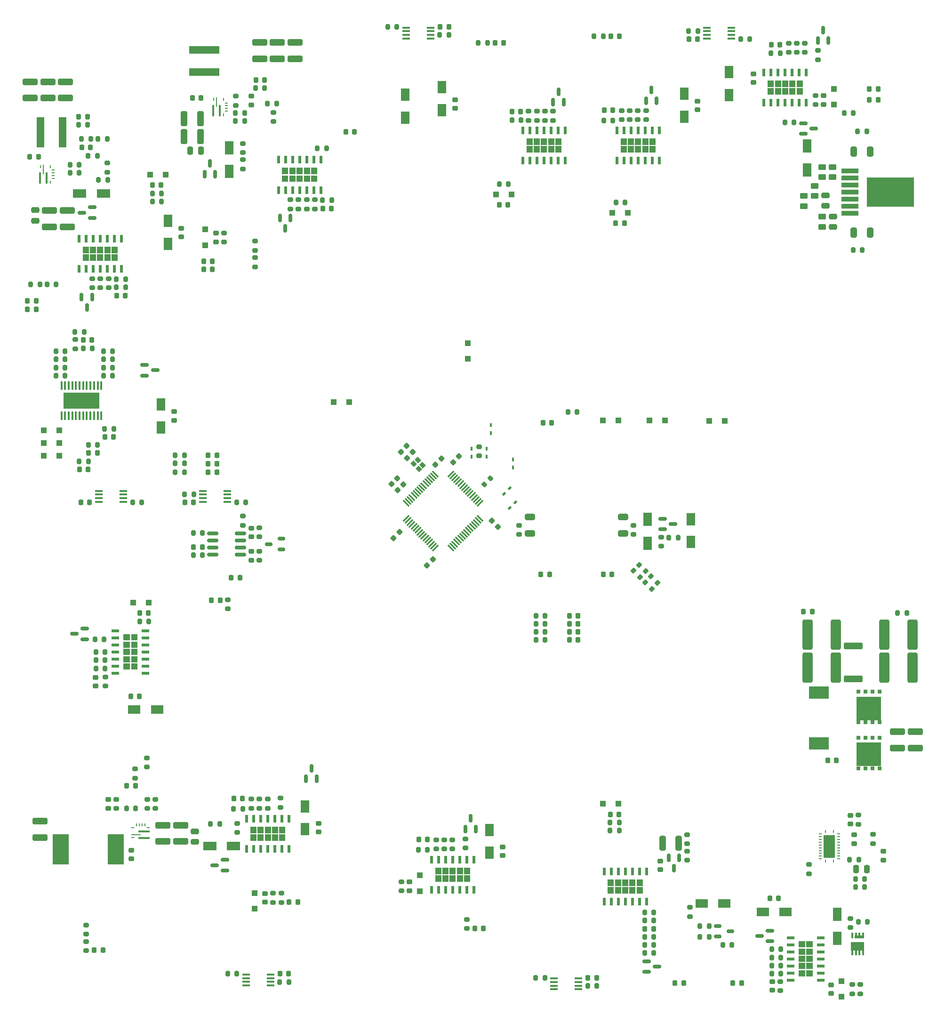
<source format=gbr>
%TF.GenerationSoftware,KiCad,Pcbnew,8.0.5*%
%TF.CreationDate,2025-01-18T17:38:29+01:00*%
%TF.ProjectId,FT25_PDU,46543235-5f50-4445-952e-6b696361645f,V1.2*%
%TF.SameCoordinates,Original*%
%TF.FileFunction,Paste,Top*%
%TF.FilePolarity,Positive*%
%FSLAX46Y46*%
G04 Gerber Fmt 4.6, Leading zero omitted, Abs format (unit mm)*
G04 Created by KiCad (PCBNEW 8.0.5) date 2025-01-18 17:38:29*
%MOMM*%
%LPD*%
G01*
G04 APERTURE LIST*
G04 Aperture macros list*
%AMRoundRect*
0 Rectangle with rounded corners*
0 $1 Rounding radius*
0 $2 $3 $4 $5 $6 $7 $8 $9 X,Y pos of 4 corners*
0 Add a 4 corners polygon primitive as box body*
4,1,4,$2,$3,$4,$5,$6,$7,$8,$9,$2,$3,0*
0 Add four circle primitives for the rounded corners*
1,1,$1+$1,$2,$3*
1,1,$1+$1,$4,$5*
1,1,$1+$1,$6,$7*
1,1,$1+$1,$8,$9*
0 Add four rect primitives between the rounded corners*
20,1,$1+$1,$2,$3,$4,$5,0*
20,1,$1+$1,$4,$5,$6,$7,0*
20,1,$1+$1,$6,$7,$8,$9,0*
20,1,$1+$1,$8,$9,$2,$3,0*%
%AMRotRect*
0 Rectangle, with rotation*
0 The origin of the aperture is its center*
0 $1 length*
0 $2 width*
0 $3 Rotation angle, in degrees counterclockwise*
0 Add horizontal line*
21,1,$1,$2,0,0,$3*%
G04 Aperture macros list end*
%ADD10C,0.000000*%
%ADD11RoundRect,0.200000X0.275000X-0.200000X0.275000X0.200000X-0.275000X0.200000X-0.275000X-0.200000X0*%
%ADD12RoundRect,0.200000X-0.275000X0.200000X-0.275000X-0.200000X0.275000X-0.200000X0.275000X0.200000X0*%
%ADD13RoundRect,0.250000X1.100000X-0.325000X1.100000X0.325000X-1.100000X0.325000X-1.100000X-0.325000X0*%
%ADD14R,0.507200X1.456100*%
%ADD15R,1.550000X2.200000*%
%ADD16RoundRect,0.200000X-0.200000X-0.275000X0.200000X-0.275000X0.200000X0.275000X-0.200000X0.275000X0*%
%ADD17RoundRect,0.150000X-0.150000X0.587500X-0.150000X-0.587500X0.150000X-0.587500X0.150000X0.587500X0*%
%ADD18RoundRect,0.150000X0.150000X-0.587500X0.150000X0.587500X-0.150000X0.587500X-0.150000X-0.587500X0*%
%ADD19RoundRect,0.250000X0.325000X1.100000X-0.325000X1.100000X-0.325000X-1.100000X0.325000X-1.100000X0*%
%ADD20RoundRect,0.218750X0.218750X0.256250X-0.218750X0.256250X-0.218750X-0.256250X0.218750X-0.256250X0*%
%ADD21RoundRect,0.150000X0.587500X0.150000X-0.587500X0.150000X-0.587500X-0.150000X0.587500X-0.150000X0*%
%ADD22R,0.420000X0.670000*%
%ADD23RoundRect,0.250000X0.300000X0.300000X-0.300000X0.300000X-0.300000X-0.300000X0.300000X-0.300000X0*%
%ADD24RoundRect,0.225000X-0.250000X0.225000X-0.250000X-0.225000X0.250000X-0.225000X0.250000X0.225000X0*%
%ADD25RoundRect,0.250000X-0.300000X0.300000X-0.300000X-0.300000X0.300000X-0.300000X0.300000X0.300000X0*%
%ADD26RoundRect,0.225000X0.225000X0.250000X-0.225000X0.250000X-0.225000X-0.250000X0.225000X-0.250000X0*%
%ADD27RoundRect,0.200000X0.200000X0.275000X-0.200000X0.275000X-0.200000X-0.275000X0.200000X-0.275000X0*%
%ADD28R,1.550000X2.350000*%
%ADD29RoundRect,0.250000X-0.650000X0.325000X-0.650000X-0.325000X0.650000X-0.325000X0.650000X0.325000X0*%
%ADD30RoundRect,0.225000X0.250000X-0.225000X0.250000X0.225000X-0.250000X0.225000X-0.250000X-0.225000X0*%
%ADD31RoundRect,0.225000X-0.225000X-0.250000X0.225000X-0.250000X0.225000X0.250000X-0.225000X0.250000X0*%
%ADD32R,2.200000X1.550000*%
%ADD33RoundRect,0.250000X-0.450000X0.262500X-0.450000X-0.262500X0.450000X-0.262500X0.450000X0.262500X0*%
%ADD34R,2.350000X1.550000*%
%ADD35RoundRect,0.150000X-0.587500X-0.150000X0.587500X-0.150000X0.587500X0.150000X-0.587500X0.150000X0*%
%ADD36RoundRect,0.150000X0.512500X0.150000X-0.512500X0.150000X-0.512500X-0.150000X0.512500X-0.150000X0*%
%ADD37RoundRect,0.250000X-0.475000X0.250000X-0.475000X-0.250000X0.475000X-0.250000X0.475000X0.250000X0*%
%ADD38RotRect,0.420000X0.670000X315.000000*%
%ADD39RoundRect,0.225000X0.017678X-0.335876X0.335876X-0.017678X-0.017678X0.335876X-0.335876X0.017678X0*%
%ADD40RoundRect,0.250000X0.450000X-0.262500X0.450000X0.262500X-0.450000X0.262500X-0.450000X-0.262500X0*%
%ADD41RoundRect,0.250000X-0.650000X-2.450000X0.650000X-2.450000X0.650000X2.450000X-0.650000X2.450000X0*%
%ADD42RoundRect,0.150000X-0.512500X-0.150000X0.512500X-0.150000X0.512500X0.150000X-0.512500X0.150000X0*%
%ADD43RoundRect,0.250000X0.300000X-0.300000X0.300000X0.300000X-0.300000X0.300000X-0.300000X-0.300000X0*%
%ADD44RoundRect,0.250000X-0.325000X-0.650000X0.325000X-0.650000X0.325000X0.650000X-0.325000X0.650000X0*%
%ADD45R,0.600000X0.250000*%
%ADD46R,0.250000X0.600000*%
%ADD47R,0.250000X1.700000*%
%ADD48R,0.400000X2.100000*%
%ADD49RoundRect,0.200000X0.335876X0.053033X0.053033X0.335876X-0.335876X-0.053033X-0.053033X-0.335876X0*%
%ADD50RoundRect,0.250000X0.250000X0.475000X-0.250000X0.475000X-0.250000X-0.475000X0.250000X-0.475000X0*%
%ADD51R,1.475000X0.450000*%
%ADD52RoundRect,0.218750X-0.218750X-0.256250X0.218750X-0.256250X0.218750X0.256250X-0.218750X0.256250X0*%
%ADD53RoundRect,0.225000X-0.017678X0.335876X-0.335876X0.017678X0.017678X-0.335876X0.335876X-0.017678X0*%
%ADD54RoundRect,0.075000X-0.548008X0.441942X0.441942X-0.548008X0.548008X-0.441942X-0.441942X0.548008X0*%
%ADD55RoundRect,0.075000X-0.548008X-0.441942X-0.441942X-0.548008X0.548008X0.441942X0.441942X0.548008X0*%
%ADD56R,1.450000X5.500000*%
%ADD57R,0.381000X1.016000*%
%ADD58R,2.360000X1.522000*%
%ADD59R,1.701800X0.611400*%
%ADD60RoundRect,0.250000X-1.100000X0.325000X-1.100000X-0.325000X1.100000X-0.325000X1.100000X0.325000X0*%
%ADD61RoundRect,0.225000X0.335876X0.017678X0.017678X0.335876X-0.335876X-0.017678X-0.017678X-0.335876X0*%
%ADD62R,0.675000X0.750000*%
%ADD63R,0.675000X0.655000*%
%ADD64R,0.655000X0.675000*%
%ADD65R,4.510000X4.295000*%
%ADD66RoundRect,0.250000X1.425000X-0.362500X1.425000X0.362500X-1.425000X0.362500X-1.425000X-0.362500X0*%
%ADD67RotRect,0.875000X0.775000X135.000000*%
%ADD68RoundRect,0.250000X0.475000X-0.250000X0.475000X0.250000X-0.475000X0.250000X-0.475000X-0.250000X0*%
%ADD69R,0.450000X1.525000*%
%ADD70R,6.500000X2.870000*%
%ADD71RoundRect,0.250000X0.312500X1.075000X-0.312500X1.075000X-0.312500X-1.075000X0.312500X-1.075000X0*%
%ADD72R,2.900000X5.400000*%
%ADD73R,3.060000X0.890000*%
%ADD74R,8.540000X5.350000*%
%ADD75R,1.700000X0.250000*%
%ADD76R,2.100000X0.400000*%
%ADD77R,5.500000X1.450000*%
%ADD78R,3.600000X2.300000*%
%ADD79RoundRect,0.250000X-0.250000X-0.475000X0.250000X-0.475000X0.250000X0.475000X-0.250000X0.475000X0*%
%ADD80R,1.456100X0.507200*%
%ADD81R,2.100000X4.100000*%
%ADD82RoundRect,0.150000X-0.825000X-0.150000X0.825000X-0.150000X0.825000X0.150000X-0.825000X0.150000X0*%
%ADD83RoundRect,0.225000X-0.335876X-0.017678X-0.017678X-0.335876X0.335876X0.017678X0.017678X0.335876X0*%
%ADD84RoundRect,0.250000X-0.300000X-0.300000X0.300000X-0.300000X0.300000X0.300000X-0.300000X0.300000X0*%
%ADD85RoundRect,0.250000X0.650000X2.450000X-0.650000X2.450000X-0.650000X-2.450000X0.650000X-2.450000X0*%
%ADD86RoundRect,0.200000X-0.053033X0.335876X-0.335876X0.053033X0.053033X-0.335876X0.335876X-0.053033X0*%
G04 APERTURE END LIST*
D10*
%TO.C,IC2*%
G36*
X160968280Y-83549799D02*
G01*
X159867800Y-83549799D01*
X159867800Y-82378199D01*
X160968280Y-82378199D01*
X160968280Y-83549799D01*
G37*
G36*
X160968280Y-84921399D02*
G01*
X159867800Y-84921399D01*
X159867800Y-83749799D01*
X160968280Y-83749799D01*
X160968280Y-84921399D01*
G37*
G36*
X162268760Y-83549799D02*
G01*
X161168280Y-83549799D01*
X161168280Y-82378199D01*
X162268760Y-82378199D01*
X162268760Y-83549799D01*
G37*
G36*
X162268760Y-84921399D02*
G01*
X161168280Y-84921399D01*
X161168280Y-83749799D01*
X162268760Y-83749799D01*
X162268760Y-84921399D01*
G37*
G36*
X163569240Y-83549799D02*
G01*
X162468760Y-83549799D01*
X162468760Y-82378199D01*
X163569240Y-82378199D01*
X163569240Y-83549799D01*
G37*
G36*
X163569240Y-84921399D02*
G01*
X162468760Y-84921399D01*
X162468760Y-83749799D01*
X163569240Y-83749799D01*
X163569240Y-84921399D01*
G37*
G36*
X164869720Y-83549799D02*
G01*
X163769240Y-83549799D01*
X163769240Y-82378199D01*
X164869720Y-82378199D01*
X164869720Y-83549799D01*
G37*
G36*
X164869720Y-84921399D02*
G01*
X163769240Y-84921399D01*
X163769240Y-83749799D01*
X164869720Y-83749799D01*
X164869720Y-84921399D01*
G37*
G36*
X166170200Y-83549799D02*
G01*
X165069720Y-83549799D01*
X165069720Y-82378199D01*
X166170200Y-82378199D01*
X166170200Y-83549799D01*
G37*
G36*
X166170200Y-84921399D02*
G01*
X165069720Y-84921399D01*
X165069720Y-83749799D01*
X166170200Y-83749799D01*
X166170200Y-84921399D01*
G37*
%TO.C,IC3*%
G36*
X221850280Y-78260200D02*
G01*
X220749800Y-78260200D01*
X220749800Y-77088600D01*
X221850280Y-77088600D01*
X221850280Y-78260200D01*
G37*
G36*
X221850280Y-79631800D02*
G01*
X220749800Y-79631800D01*
X220749800Y-78460200D01*
X221850280Y-78460200D01*
X221850280Y-79631800D01*
G37*
G36*
X223150760Y-78260200D02*
G01*
X222050280Y-78260200D01*
X222050280Y-77088600D01*
X223150760Y-77088600D01*
X223150760Y-78260200D01*
G37*
G36*
X223150760Y-79631800D02*
G01*
X222050280Y-79631800D01*
X222050280Y-78460200D01*
X223150760Y-78460200D01*
X223150760Y-79631800D01*
G37*
G36*
X224451240Y-78260200D02*
G01*
X223350760Y-78260200D01*
X223350760Y-77088600D01*
X224451240Y-77088600D01*
X224451240Y-78260200D01*
G37*
G36*
X224451240Y-79631800D02*
G01*
X223350760Y-79631800D01*
X223350760Y-78460200D01*
X224451240Y-78460200D01*
X224451240Y-79631800D01*
G37*
G36*
X225751720Y-78260200D02*
G01*
X224651240Y-78260200D01*
X224651240Y-77088600D01*
X225751720Y-77088600D01*
X225751720Y-78260200D01*
G37*
G36*
X225751720Y-79631800D02*
G01*
X224651240Y-79631800D01*
X224651240Y-78460200D01*
X225751720Y-78460200D01*
X225751720Y-79631800D01*
G37*
G36*
X227052200Y-78260200D02*
G01*
X225951720Y-78260200D01*
X225951720Y-77088600D01*
X227052200Y-77088600D01*
X227052200Y-78260200D01*
G37*
G36*
X227052200Y-79631800D02*
G01*
X225951720Y-79631800D01*
X225951720Y-78460200D01*
X227052200Y-78460200D01*
X227052200Y-79631800D01*
G37*
%TO.C,IC6*%
G36*
X155250280Y-202070200D02*
G01*
X154149800Y-202070200D01*
X154149800Y-200898600D01*
X155250280Y-200898600D01*
X155250280Y-202070200D01*
G37*
G36*
X155250280Y-203441800D02*
G01*
X154149800Y-203441800D01*
X154149800Y-202270200D01*
X155250280Y-202270200D01*
X155250280Y-203441800D01*
G37*
G36*
X156550760Y-202070200D02*
G01*
X155450280Y-202070200D01*
X155450280Y-200898600D01*
X156550760Y-200898600D01*
X156550760Y-202070200D01*
G37*
G36*
X156550760Y-203441800D02*
G01*
X155450280Y-203441800D01*
X155450280Y-202270200D01*
X156550760Y-202270200D01*
X156550760Y-203441800D01*
G37*
G36*
X157851240Y-202070200D02*
G01*
X156750760Y-202070200D01*
X156750760Y-200898600D01*
X157851240Y-200898600D01*
X157851240Y-202070200D01*
G37*
G36*
X157851240Y-203441800D02*
G01*
X156750760Y-203441800D01*
X156750760Y-202270200D01*
X157851240Y-202270200D01*
X157851240Y-203441800D01*
G37*
G36*
X159151720Y-202070200D02*
G01*
X158051240Y-202070200D01*
X158051240Y-200898600D01*
X159151720Y-200898600D01*
X159151720Y-202070200D01*
G37*
G36*
X159151720Y-203441800D02*
G01*
X158051240Y-203441800D01*
X158051240Y-202270200D01*
X159151720Y-202270200D01*
X159151720Y-203441800D01*
G37*
G36*
X160452200Y-202070200D02*
G01*
X159351720Y-202070200D01*
X159351720Y-200898600D01*
X160452200Y-200898600D01*
X160452200Y-202070200D01*
G37*
G36*
X160452200Y-203441800D02*
G01*
X159351720Y-203441800D01*
X159351720Y-202270200D01*
X160452200Y-202270200D01*
X160452200Y-203441800D01*
G37*
%TO.C,IC5*%
G36*
X188490280Y-209410201D02*
G01*
X187389800Y-209410201D01*
X187389800Y-208238601D01*
X188490280Y-208238601D01*
X188490280Y-209410201D01*
G37*
G36*
X188490280Y-210781801D02*
G01*
X187389800Y-210781801D01*
X187389800Y-209610201D01*
X188490280Y-209610201D01*
X188490280Y-210781801D01*
G37*
G36*
X189790760Y-209410201D02*
G01*
X188690280Y-209410201D01*
X188690280Y-208238601D01*
X189790760Y-208238601D01*
X189790760Y-209410201D01*
G37*
G36*
X189790760Y-210781801D02*
G01*
X188690280Y-210781801D01*
X188690280Y-209610201D01*
X189790760Y-209610201D01*
X189790760Y-210781801D01*
G37*
G36*
X191091240Y-209410201D02*
G01*
X189990760Y-209410201D01*
X189990760Y-208238601D01*
X191091240Y-208238601D01*
X191091240Y-209410201D01*
G37*
G36*
X191091240Y-210781801D02*
G01*
X189990760Y-210781801D01*
X189990760Y-209610201D01*
X191091240Y-209610201D01*
X191091240Y-210781801D01*
G37*
G36*
X192391720Y-209410201D02*
G01*
X191291240Y-209410201D01*
X191291240Y-208238601D01*
X192391720Y-208238601D01*
X192391720Y-209410201D01*
G37*
G36*
X192391720Y-210781801D02*
G01*
X191291240Y-210781801D01*
X191291240Y-209610201D01*
X192391720Y-209610201D01*
X192391720Y-210781801D01*
G37*
G36*
X193692200Y-209410201D02*
G01*
X192591720Y-209410201D01*
X192591720Y-208238601D01*
X193692200Y-208238601D01*
X193692200Y-209410201D01*
G37*
G36*
X193692200Y-210781801D02*
G01*
X192591720Y-210781801D01*
X192591720Y-209610201D01*
X193692200Y-209610201D01*
X193692200Y-210781801D01*
G37*
%TO.C,IC10*%
G36*
X219548281Y-211509799D02*
G01*
X218447801Y-211509799D01*
X218447801Y-210338199D01*
X219548281Y-210338199D01*
X219548281Y-211509799D01*
G37*
G36*
X219548281Y-212881399D02*
G01*
X218447801Y-212881399D01*
X218447801Y-211709799D01*
X219548281Y-211709799D01*
X219548281Y-212881399D01*
G37*
G36*
X220848761Y-211509799D02*
G01*
X219748281Y-211509799D01*
X219748281Y-210338199D01*
X220848761Y-210338199D01*
X220848761Y-211509799D01*
G37*
G36*
X220848761Y-212881399D02*
G01*
X219748281Y-212881399D01*
X219748281Y-211709799D01*
X220848761Y-211709799D01*
X220848761Y-212881399D01*
G37*
G36*
X222149241Y-211509799D02*
G01*
X221048761Y-211509799D01*
X221048761Y-210338199D01*
X222149241Y-210338199D01*
X222149241Y-211509799D01*
G37*
G36*
X222149241Y-212881399D02*
G01*
X221048761Y-212881399D01*
X221048761Y-211709799D01*
X222149241Y-211709799D01*
X222149241Y-212881399D01*
G37*
G36*
X223449721Y-211509799D02*
G01*
X222349241Y-211509799D01*
X222349241Y-210338199D01*
X223449721Y-210338199D01*
X223449721Y-211509799D01*
G37*
G36*
X223449721Y-212881399D02*
G01*
X222349241Y-212881399D01*
X222349241Y-211709799D01*
X223449721Y-211709799D01*
X223449721Y-212881399D01*
G37*
G36*
X224750201Y-211509799D02*
G01*
X223649721Y-211509799D01*
X223649721Y-210338199D01*
X224750201Y-210338199D01*
X224750201Y-211509799D01*
G37*
G36*
X224750201Y-212881399D02*
G01*
X223649721Y-212881399D01*
X223649721Y-211709799D01*
X224750201Y-211709799D01*
X224750201Y-212881399D01*
G37*
%TO.C,IC7*%
G36*
X125078280Y-97749799D02*
G01*
X123977800Y-97749799D01*
X123977800Y-96578199D01*
X125078280Y-96578199D01*
X125078280Y-97749799D01*
G37*
G36*
X125078280Y-99121399D02*
G01*
X123977800Y-99121399D01*
X123977800Y-97949799D01*
X125078280Y-97949799D01*
X125078280Y-99121399D01*
G37*
G36*
X126378760Y-97749799D02*
G01*
X125278280Y-97749799D01*
X125278280Y-96578199D01*
X126378760Y-96578199D01*
X126378760Y-97749799D01*
G37*
G36*
X126378760Y-99121399D02*
G01*
X125278280Y-99121399D01*
X125278280Y-97949799D01*
X126378760Y-97949799D01*
X126378760Y-99121399D01*
G37*
G36*
X127679240Y-97749799D02*
G01*
X126578760Y-97749799D01*
X126578760Y-96578199D01*
X127679240Y-96578199D01*
X127679240Y-97749799D01*
G37*
G36*
X127679240Y-99121399D02*
G01*
X126578760Y-99121399D01*
X126578760Y-97949799D01*
X127679240Y-97949799D01*
X127679240Y-99121399D01*
G37*
G36*
X128979720Y-97749799D02*
G01*
X127879240Y-97749799D01*
X127879240Y-96578199D01*
X128979720Y-96578199D01*
X128979720Y-97749799D01*
G37*
G36*
X128979720Y-99121399D02*
G01*
X127879240Y-99121399D01*
X127879240Y-97949799D01*
X128979720Y-97949799D01*
X128979720Y-99121399D01*
G37*
G36*
X130280200Y-97749799D02*
G01*
X129179720Y-97749799D01*
X129179720Y-96578199D01*
X130280200Y-96578199D01*
X130280200Y-97749799D01*
G37*
G36*
X130280200Y-99121399D02*
G01*
X129179720Y-99121399D01*
X129179720Y-97949799D01*
X130280200Y-97949799D01*
X130280200Y-99121399D01*
G37*
%TO.C,IC4*%
G36*
X248320280Y-67840200D02*
G01*
X247219800Y-67840200D01*
X247219800Y-66668600D01*
X248320280Y-66668600D01*
X248320280Y-67840200D01*
G37*
G36*
X248320280Y-69211800D02*
G01*
X247219800Y-69211800D01*
X247219800Y-68040200D01*
X248320280Y-68040200D01*
X248320280Y-69211800D01*
G37*
G36*
X249620760Y-67840200D02*
G01*
X248520280Y-67840200D01*
X248520280Y-66668600D01*
X249620760Y-66668600D01*
X249620760Y-67840200D01*
G37*
G36*
X249620760Y-69211800D02*
G01*
X248520280Y-69211800D01*
X248520280Y-68040200D01*
X249620760Y-68040200D01*
X249620760Y-69211800D01*
G37*
G36*
X250921240Y-67840200D02*
G01*
X249820760Y-67840200D01*
X249820760Y-66668600D01*
X250921240Y-66668600D01*
X250921240Y-67840200D01*
G37*
G36*
X250921240Y-69211800D02*
G01*
X249820760Y-69211800D01*
X249820760Y-68040200D01*
X250921240Y-68040200D01*
X250921240Y-69211800D01*
G37*
G36*
X252221720Y-67840200D02*
G01*
X251121240Y-67840200D01*
X251121240Y-66668600D01*
X252221720Y-66668600D01*
X252221720Y-67840200D01*
G37*
G36*
X252221720Y-69211800D02*
G01*
X251121240Y-69211800D01*
X251121240Y-68040200D01*
X252221720Y-68040200D01*
X252221720Y-69211800D01*
G37*
G36*
X253522200Y-67840200D02*
G01*
X252421720Y-67840200D01*
X252421720Y-66668600D01*
X253522200Y-66668600D01*
X253522200Y-67840200D01*
G37*
G36*
X253522200Y-69211800D02*
G01*
X252421720Y-69211800D01*
X252421720Y-68040200D01*
X253522200Y-68040200D01*
X253522200Y-69211800D01*
G37*
%TO.C,IC11*%
G36*
X204919420Y-78252542D02*
G01*
X203818940Y-78252542D01*
X203818940Y-77080942D01*
X204919420Y-77080942D01*
X204919420Y-78252542D01*
G37*
G36*
X204919420Y-79624142D02*
G01*
X203818940Y-79624142D01*
X203818940Y-78452542D01*
X204919420Y-78452542D01*
X204919420Y-79624142D01*
G37*
G36*
X206219900Y-78252542D02*
G01*
X205119420Y-78252542D01*
X205119420Y-77080942D01*
X206219900Y-77080942D01*
X206219900Y-78252542D01*
G37*
G36*
X206219900Y-79624142D02*
G01*
X205119420Y-79624142D01*
X205119420Y-78452542D01*
X206219900Y-78452542D01*
X206219900Y-79624142D01*
G37*
G36*
X207520380Y-78252542D02*
G01*
X206419900Y-78252542D01*
X206419900Y-77080942D01*
X207520380Y-77080942D01*
X207520380Y-78252542D01*
G37*
G36*
X207520380Y-79624142D02*
G01*
X206419900Y-79624142D01*
X206419900Y-78452542D01*
X207520380Y-78452542D01*
X207520380Y-79624142D01*
G37*
G36*
X208820860Y-78252542D02*
G01*
X207720380Y-78252542D01*
X207720380Y-77080942D01*
X208820860Y-77080942D01*
X208820860Y-78252542D01*
G37*
G36*
X208820860Y-79624142D02*
G01*
X207720380Y-79624142D01*
X207720380Y-78452542D01*
X208820860Y-78452542D01*
X208820860Y-79624142D01*
G37*
G36*
X210121340Y-78252542D02*
G01*
X209020860Y-78252542D01*
X209020860Y-77080942D01*
X210121340Y-77080942D01*
X210121340Y-78252542D01*
G37*
G36*
X210121340Y-79624142D02*
G01*
X209020860Y-79624142D01*
X209020860Y-78452542D01*
X210121340Y-78452542D01*
X210121340Y-79624142D01*
G37*
%TO.C,IC8*%
G36*
X132496844Y-167393337D02*
G01*
X131325244Y-167393337D01*
X131325244Y-166292857D01*
X132496844Y-166292857D01*
X132496844Y-167393337D01*
G37*
G36*
X132496844Y-168693817D02*
G01*
X131325244Y-168693817D01*
X131325244Y-167593337D01*
X132496844Y-167593337D01*
X132496844Y-168693817D01*
G37*
G36*
X132496844Y-169994297D02*
G01*
X131325244Y-169994297D01*
X131325244Y-168893817D01*
X132496844Y-168893817D01*
X132496844Y-169994297D01*
G37*
G36*
X132496844Y-171294777D02*
G01*
X131325244Y-171294777D01*
X131325244Y-170194297D01*
X132496844Y-170194297D01*
X132496844Y-171294777D01*
G37*
G36*
X132496844Y-172595257D02*
G01*
X131325244Y-172595257D01*
X131325244Y-171494777D01*
X132496844Y-171494777D01*
X132496844Y-172595257D01*
G37*
G36*
X133868444Y-167393337D02*
G01*
X132696844Y-167393337D01*
X132696844Y-166292857D01*
X133868444Y-166292857D01*
X133868444Y-167393337D01*
G37*
G36*
X133868444Y-168693817D02*
G01*
X132696844Y-168693817D01*
X132696844Y-167593337D01*
X133868444Y-167593337D01*
X133868444Y-168693817D01*
G37*
G36*
X133868444Y-169994297D02*
G01*
X132696844Y-169994297D01*
X132696844Y-168893817D01*
X133868444Y-168893817D01*
X133868444Y-169994297D01*
G37*
G36*
X133868444Y-171294777D02*
G01*
X132696844Y-171294777D01*
X132696844Y-170194297D01*
X133868444Y-170194297D01*
X133868444Y-171294777D01*
G37*
G36*
X133868444Y-172595257D02*
G01*
X132696844Y-172595257D01*
X132696844Y-171494777D01*
X133868444Y-171494777D01*
X133868444Y-172595257D01*
G37*
%TO.C,IC1*%
G36*
X253980201Y-222588280D02*
G01*
X252808601Y-222588280D01*
X252808601Y-221487800D01*
X253980201Y-221487800D01*
X253980201Y-222588280D01*
G37*
G36*
X253980201Y-223888760D02*
G01*
X252808601Y-223888760D01*
X252808601Y-222788280D01*
X253980201Y-222788280D01*
X253980201Y-223888760D01*
G37*
G36*
X253980201Y-225189240D02*
G01*
X252808601Y-225189240D01*
X252808601Y-224088760D01*
X253980201Y-224088760D01*
X253980201Y-225189240D01*
G37*
G36*
X253980201Y-226489720D02*
G01*
X252808601Y-226489720D01*
X252808601Y-225389240D01*
X253980201Y-225389240D01*
X253980201Y-226489720D01*
G37*
G36*
X253980201Y-227790200D02*
G01*
X252808601Y-227790200D01*
X252808601Y-226689720D01*
X253980201Y-226689720D01*
X253980201Y-227790200D01*
G37*
G36*
X255351801Y-222588280D02*
G01*
X254180201Y-222588280D01*
X254180201Y-221487800D01*
X255351801Y-221487800D01*
X255351801Y-222588280D01*
G37*
G36*
X255351801Y-223888760D02*
G01*
X254180201Y-223888760D01*
X254180201Y-222788280D01*
X255351801Y-222788280D01*
X255351801Y-223888760D01*
G37*
G36*
X255351801Y-225189240D02*
G01*
X254180201Y-225189240D01*
X254180201Y-224088760D01*
X255351801Y-224088760D01*
X255351801Y-225189240D01*
G37*
G36*
X255351801Y-226489720D02*
G01*
X254180201Y-226489720D01*
X254180201Y-225389240D01*
X255351801Y-225389240D01*
X255351801Y-226489720D01*
G37*
G36*
X255351801Y-227790200D02*
G01*
X254180201Y-227790200D01*
X254180201Y-226689720D01*
X255351801Y-226689720D01*
X255351801Y-227790200D01*
G37*
%TD*%
D11*
%TO.C,R38*%
X161375000Y-89780000D03*
X161375000Y-88130000D03*
%TD*%
D12*
%TO.C,R75*%
X128645000Y-102310000D03*
X128645000Y-103960000D03*
%TD*%
D13*
%TO.C,C87*%
X162225000Y-62750000D03*
X162225000Y-59800000D03*
%TD*%
D14*
%TO.C,IC2*%
X159209000Y-86371749D03*
X160479000Y-86371749D03*
X161749000Y-86371749D03*
X163019000Y-86371749D03*
X164289000Y-86371749D03*
X165559000Y-86371749D03*
X166829000Y-86371749D03*
X166829000Y-80927849D03*
X165559000Y-80927849D03*
X164289000Y-80927849D03*
X163019000Y-80927849D03*
X161749000Y-80927849D03*
X160479000Y-80927849D03*
X159209000Y-80927849D03*
%TD*%
D15*
%TO.C,D35*%
X139345000Y-91945000D03*
X139345000Y-96045000D03*
%TD*%
D16*
%TO.C,R171*%
X121730000Y-83275000D03*
X123380000Y-83275000D03*
%TD*%
D17*
%TO.C,D36*%
X125700000Y-105597500D03*
X123800000Y-105597500D03*
X124750000Y-107472500D03*
%TD*%
D18*
%TO.C,D32*%
X164190000Y-192252498D03*
X166090000Y-192252498D03*
X165140000Y-190377498D03*
%TD*%
D11*
%TO.C,R132*%
X135615001Y-197600000D03*
X135615001Y-195950000D03*
%TD*%
D16*
%TO.C,R157*%
X155090000Y-68065000D03*
X156740000Y-68065000D03*
%TD*%
D19*
%TO.C,C81*%
X145160000Y-76725000D03*
X142210000Y-76725000D03*
%TD*%
D11*
%TO.C,R84*%
X150135001Y-161720000D03*
X150135001Y-160070000D03*
%TD*%
D12*
%TO.C,R128*%
X135545001Y-188490000D03*
X135545001Y-190140000D03*
%TD*%
D20*
%TO.C,D66*%
X267082500Y-70155000D03*
X265507500Y-70155000D03*
%TD*%
D21*
%TO.C,D40*%
X124379142Y-167145058D03*
X124379142Y-165245058D03*
X122504142Y-166195058D03*
%TD*%
D16*
%TO.C,R172*%
X126760000Y-77225000D03*
X128410000Y-77225000D03*
%TD*%
D22*
%TO.C,D2*%
X193990000Y-132900000D03*
X193990000Y-134350000D03*
%TD*%
D23*
%TO.C,D70*%
X220339999Y-127854999D03*
X217540001Y-127854999D03*
%TD*%
D16*
%TO.C,R131*%
X146980000Y-200415000D03*
X148630000Y-200415000D03*
%TD*%
D12*
%TO.C,R92*%
X254645000Y-207690000D03*
X254645000Y-209340000D03*
%TD*%
D16*
%TO.C,R139*%
X263380001Y-75855000D03*
X265030001Y-75855000D03*
%TD*%
D24*
%TO.C,C37*%
X156795000Y-212900001D03*
X156795000Y-214450001D03*
%TD*%
D16*
%TO.C,R20*%
X119180477Y-118297452D03*
X120830477Y-118297452D03*
%TD*%
D13*
%TO.C,C67*%
X138414747Y-203538428D03*
X138414747Y-200588428D03*
%TD*%
D25*
%TO.C,D17*%
X146065000Y-93480000D03*
X146065000Y-96280000D03*
%TD*%
D26*
%TO.C,C35*%
X185980000Y-203145000D03*
X184430000Y-203145000D03*
%TD*%
D16*
%TO.C,R111*%
X225100000Y-220675000D03*
X226750000Y-220675000D03*
%TD*%
D11*
%TO.C,R151*%
X154995000Y-100190000D03*
X154995000Y-98540000D03*
%TD*%
D16*
%TO.C,R31*%
X247950000Y-222935000D03*
X249600000Y-222935000D03*
%TD*%
D27*
%TO.C,R85*%
X135869999Y-163939999D03*
X134219999Y-163939999D03*
%TD*%
D20*
%TO.C,D7*%
X213122500Y-167295000D03*
X211547500Y-167295000D03*
%TD*%
D28*
%TO.C,D65*%
X254335000Y-82740000D03*
X254335000Y-78440000D03*
%TD*%
D29*
%TO.C,C60*%
X221205000Y-145200000D03*
X221205000Y-148150000D03*
%TD*%
D11*
%TO.C,R55*%
X251015000Y-61619999D03*
X251015000Y-59969999D03*
%TD*%
D26*
%TO.C,C59*%
X125210000Y-142575000D03*
X123660000Y-142575000D03*
%TD*%
D16*
%TO.C,R28*%
X188233000Y-58485000D03*
X189883000Y-58485000D03*
%TD*%
D30*
%TO.C,C36*%
X166425000Y-201809999D03*
X166425000Y-200259999D03*
%TD*%
D12*
%TO.C,R117*%
X202525000Y-146680000D03*
X202525000Y-148330000D03*
%TD*%
D31*
%TO.C,C40*%
X136560000Y-85505000D03*
X138110000Y-85505000D03*
%TD*%
D27*
%TO.C,R58*%
X249460001Y-61734999D03*
X247810001Y-61734999D03*
%TD*%
D23*
%TO.C,D41*%
X135900000Y-160600000D03*
X133100000Y-160600000D03*
%TD*%
D14*
%TO.C,IC3*%
X227711000Y-75638250D03*
X226441000Y-75638250D03*
X225171000Y-75638250D03*
X223901000Y-75638250D03*
X222631000Y-75638250D03*
X221361000Y-75638250D03*
X220091000Y-75638250D03*
X220091000Y-81082150D03*
X221361000Y-81082150D03*
X222631000Y-81082150D03*
X223901000Y-81082150D03*
X225171000Y-81082150D03*
X226441000Y-81082150D03*
X227711000Y-81082150D03*
%TD*%
D15*
%TO.C,D15*%
X182037559Y-69250000D03*
X182037559Y-73350000D03*
%TD*%
D12*
%TO.C,R129*%
X133455000Y-190480000D03*
X133455000Y-192130000D03*
%TD*%
D27*
%TO.C,R34*%
X249600000Y-227315000D03*
X247950000Y-227315000D03*
%TD*%
D16*
%TO.C,R142*%
X123350000Y-135165000D03*
X125000000Y-135165000D03*
%TD*%
%TO.C,R159*%
X151470000Y-72545000D03*
X153120000Y-72545000D03*
%TD*%
D27*
%TO.C,R50*%
X221580000Y-88595000D03*
X219930000Y-88595000D03*
%TD*%
D32*
%TO.C,D11*%
X246345000Y-216165000D03*
X250445000Y-216165000D03*
%TD*%
D33*
%TO.C,R135*%
X258905000Y-82229354D03*
X258905000Y-84054354D03*
%TD*%
D22*
%TO.C,D6*%
X201440000Y-136320000D03*
X201440000Y-134870000D03*
%TD*%
D27*
%TO.C,R82*%
X128006643Y-170940057D03*
X126356643Y-170940057D03*
%TD*%
%TO.C,R94*%
X264690000Y-211725000D03*
X263040000Y-211725000D03*
%TD*%
D16*
%TO.C,R124*%
X195170001Y-59895000D03*
X196820001Y-59895000D03*
%TD*%
D31*
%TO.C,C58*%
X124113529Y-113339864D03*
X125663529Y-113339864D03*
%TD*%
D11*
%TO.C,R3*%
X152815001Y-146670000D03*
X152815001Y-145020000D03*
%TD*%
D27*
%TO.C,R22*%
X143967000Y-141115000D03*
X142317000Y-141115000D03*
%TD*%
%TO.C,R91*%
X264690000Y-210265000D03*
X263040000Y-210265000D03*
%TD*%
D12*
%TO.C,R40*%
X164295000Y-88130000D03*
X164295000Y-89780000D03*
%TD*%
D21*
%TO.C,D12*%
X247652500Y-221450000D03*
X247652500Y-219550000D03*
X245777500Y-220500000D03*
%TD*%
D23*
%TO.C,D77*%
X171929999Y-124525000D03*
X169130001Y-124525000D03*
%TD*%
D34*
%TO.C,D63*%
X146840000Y-204365000D03*
X151140000Y-204365000D03*
%TD*%
D11*
%TO.C,R133*%
X137075000Y-197600000D03*
X137075000Y-195950000D03*
%TD*%
D16*
%TO.C,R80*%
X126186643Y-167170059D03*
X127836643Y-167170059D03*
%TD*%
D12*
%TO.C,R120*%
X208614140Y-72222341D03*
X208614140Y-73872341D03*
%TD*%
D11*
%TO.C,R67*%
X157265000Y-197550000D03*
X157265000Y-195900000D03*
%TD*%
D23*
%TO.C,D48*%
X119750000Y-131855000D03*
X116950000Y-131855000D03*
%TD*%
D16*
%TO.C,R16*%
X205530000Y-164375000D03*
X207180000Y-164375000D03*
%TD*%
D12*
%TO.C,R39*%
X162835000Y-88130000D03*
X162835000Y-89780000D03*
%TD*%
D16*
%TO.C,R14*%
X205530000Y-167295000D03*
X207180000Y-167295000D03*
%TD*%
D34*
%TO.C,D72*%
X123429999Y-87035000D03*
X127730001Y-87035000D03*
%TD*%
D31*
%TO.C,C70*%
X131930000Y-193525000D03*
X133480000Y-193525000D03*
%TD*%
D15*
%TO.C,D27*%
X197145000Y-201465001D03*
X197145000Y-205565001D03*
%TD*%
D12*
%TO.C,R35*%
X263865000Y-229250000D03*
X263865000Y-230900000D03*
%TD*%
D26*
%TO.C,C57*%
X226700000Y-219215000D03*
X225150000Y-219215000D03*
%TD*%
%TO.C,C79*%
X145280000Y-69785000D03*
X143730000Y-69785000D03*
%TD*%
D17*
%TO.C,D16*%
X161350000Y-91417499D03*
X159450000Y-91417499D03*
X160400000Y-93292499D03*
%TD*%
D35*
%TO.C,Q4*%
X253607500Y-74350000D03*
X253607500Y-76250000D03*
X255482500Y-75300000D03*
%TD*%
D36*
%TO.C,D1*%
X159722500Y-150999999D03*
X159722500Y-149100001D03*
X157447500Y-150050000D03*
%TD*%
D16*
%TO.C,R49*%
X215980000Y-58685000D03*
X217630000Y-58685000D03*
%TD*%
D31*
%TO.C,C45*%
X258040000Y-188985000D03*
X259590000Y-188985000D03*
%TD*%
D23*
%TO.C,D49*%
X119750000Y-134155000D03*
X116950000Y-134155000D03*
%TD*%
D20*
%TO.C,D54*%
X232142500Y-228995000D03*
X230567500Y-228995000D03*
%TD*%
D24*
%TO.C,C46*%
X262115000Y-198820000D03*
X262115000Y-200370000D03*
%TD*%
D31*
%TO.C,C95*%
X123850000Y-78685000D03*
X125400000Y-78685000D03*
%TD*%
D23*
%TO.C,D47*%
X119750000Y-129555000D03*
X116950000Y-129555000D03*
%TD*%
D11*
%TO.C,R152*%
X158275000Y-74080000D03*
X158275000Y-72430000D03*
%TD*%
D37*
%TO.C,C94*%
X115465000Y-89995000D03*
X115465000Y-91895000D03*
%TD*%
D27*
%TO.C,R145*%
X129370000Y-118294999D03*
X127720000Y-118294999D03*
%TD*%
D11*
%TO.C,R170*%
X128414999Y-83170000D03*
X128414999Y-81520000D03*
%TD*%
D12*
%TO.C,R41*%
X165755000Y-88130000D03*
X165755000Y-89780000D03*
%TD*%
D38*
%TO.C,D4*%
X201864177Y-142573102D03*
X200838873Y-143598406D03*
%TD*%
D39*
%TO.C,C6*%
X179932703Y-148977800D03*
X181028719Y-147881784D03*
%TD*%
D12*
%TO.C,R116*%
X223115000Y-146670000D03*
X223115000Y-148320000D03*
%TD*%
D14*
%TO.C,IC6*%
X161111000Y-199448250D03*
X159841000Y-199448250D03*
X158571000Y-199448250D03*
X157301000Y-199448250D03*
X156031000Y-199448250D03*
X154761000Y-199448250D03*
X153491000Y-199448250D03*
X153491000Y-204892150D03*
X154761000Y-204892150D03*
X156031000Y-204892150D03*
X157301000Y-204892150D03*
X158571000Y-204892150D03*
X159841000Y-204892150D03*
X161111000Y-204892150D03*
%TD*%
D27*
%TO.C,R72*%
X152790000Y-197664999D03*
X151140000Y-197664999D03*
%TD*%
D30*
%TO.C,C11*%
X154334999Y-152940001D03*
X154334999Y-151390001D03*
%TD*%
D27*
%TO.C,R113*%
X220520000Y-200105000D03*
X218870000Y-200105000D03*
%TD*%
D16*
%TO.C,R143*%
X125000000Y-132235000D03*
X126650000Y-132235000D03*
%TD*%
%TO.C,R21*%
X151683000Y-142575000D03*
X153333000Y-142575000D03*
%TD*%
D39*
%TO.C,C4*%
X185942530Y-153892947D03*
X187038546Y-152796931D03*
%TD*%
D26*
%TO.C,C64*%
X202789140Y-72297341D03*
X201239140Y-72297341D03*
%TD*%
D27*
%TO.C,R168*%
X116270000Y-103335000D03*
X114620000Y-103335000D03*
%TD*%
D28*
%TO.C,D43*%
X259695000Y-216660000D03*
X259695000Y-220960000D03*
%TD*%
D30*
%TO.C,C39*%
X141745000Y-94790000D03*
X141745000Y-93240000D03*
%TD*%
D40*
%TO.C,R141*%
X253745000Y-89254356D03*
X253745000Y-87429356D03*
%TD*%
D20*
%TO.C,D58*%
X208012500Y-155475000D03*
X206437500Y-155475000D03*
%TD*%
D16*
%TO.C,R173*%
X124073528Y-114829864D03*
X125723528Y-114829864D03*
%TD*%
D41*
%TO.C,C52*%
X268185832Y-172259609D03*
X273285832Y-172259609D03*
%TD*%
D13*
%TO.C,C90*%
X117725000Y-69850000D03*
X117725000Y-66900000D03*
%TD*%
D16*
%TO.C,R97*%
X119180477Y-119757452D03*
X120830477Y-119757452D03*
%TD*%
%TO.C,R79*%
X130040000Y-102415000D03*
X131690000Y-102415000D03*
%TD*%
%TO.C,R112*%
X225100000Y-217755000D03*
X226750000Y-217755000D03*
%TD*%
D30*
%TO.C,C34*%
X182785000Y-212360000D03*
X182785000Y-210810000D03*
%TD*%
D27*
%TO.C,R125*%
X200580001Y-85285000D03*
X198930001Y-85285000D03*
%TD*%
D42*
%TO.C,Q6*%
X238267500Y-218740000D03*
X238267500Y-220640000D03*
X240542500Y-219690000D03*
%TD*%
D13*
%TO.C,C91*%
X120925000Y-69850000D03*
X120925000Y-66900000D03*
%TD*%
D16*
%TO.C,R108*%
X239160000Y-222125000D03*
X240810000Y-222125000D03*
%TD*%
D43*
%TO.C,D76*%
X193275000Y-116729999D03*
X193275000Y-113930001D03*
%TD*%
D35*
%TO.C,D52*%
X225427500Y-225080000D03*
X225427500Y-226980000D03*
X227302500Y-226030000D03*
%TD*%
D11*
%TO.C,R123*%
X204234140Y-73872341D03*
X204234140Y-72222341D03*
%TD*%
D12*
%TO.C,R156*%
X152795000Y-77990000D03*
X152795000Y-79640000D03*
%TD*%
D16*
%TO.C,R78*%
X136510000Y-86975000D03*
X138160000Y-86975000D03*
%TD*%
D24*
%TO.C,C53*%
X268075000Y-205300000D03*
X268075000Y-206850000D03*
%TD*%
D26*
%TO.C,C24*%
X172865000Y-75872441D03*
X171315000Y-75872441D03*
%TD*%
D11*
%TO.C,R68*%
X155805000Y-197549999D03*
X155805000Y-195899999D03*
%TD*%
D21*
%TO.C,Q2*%
X149580700Y-208738000D03*
X149580700Y-206838000D03*
X147705700Y-207788000D03*
%TD*%
D12*
%TO.C,R5*%
X195325000Y-132530000D03*
X195325000Y-134180000D03*
%TD*%
D16*
%TO.C,R148*%
X140640000Y-134065000D03*
X142290000Y-134065000D03*
%TD*%
D11*
%TO.C,R57*%
X255825000Y-71009999D03*
X255825000Y-69359999D03*
%TD*%
D27*
%TO.C,R134*%
X133530000Y-197555000D03*
X131880000Y-197555000D03*
%TD*%
D12*
%TO.C,R2*%
X155795000Y-151340000D03*
X155795000Y-152990000D03*
%TD*%
D44*
%TO.C,C73*%
X262719999Y-79481855D03*
X265669999Y-79481855D03*
%TD*%
D29*
%TO.C,C61*%
X204425000Y-145200000D03*
X204425000Y-148150000D03*
%TD*%
D23*
%TO.C,D71*%
X228739999Y-127855001D03*
X225940001Y-127855001D03*
%TD*%
D27*
%TO.C,R51*%
X219389999Y-73854999D03*
X217739999Y-73854999D03*
%TD*%
D12*
%TO.C,R66*%
X159574999Y-195729999D03*
X159574999Y-197379999D03*
%TD*%
D11*
%TO.C,R130*%
X130035000Y-197610000D03*
X130035000Y-195960000D03*
%TD*%
D30*
%TO.C,C33*%
X199555000Y-206030000D03*
X199555000Y-204480000D03*
%TD*%
D45*
%TO.C,IC17*%
X149810000Y-72209999D03*
X149810000Y-71709999D03*
X149810000Y-71209999D03*
X149810000Y-70709999D03*
D46*
X149340000Y-70059999D03*
D47*
X148040000Y-70609999D03*
D46*
X147540000Y-70059999D03*
D48*
X147460000Y-72109999D03*
X148620000Y-72109999D03*
D46*
X149340000Y-72859999D03*
%TD*%
D43*
%TO.C,D25*%
X259165000Y-71040000D03*
X259165000Y-68240000D03*
%TD*%
D13*
%TO.C,C68*%
X141614747Y-203538427D03*
X141614747Y-200588427D03*
%TD*%
D49*
%TO.C,R6*%
X224244576Y-155993363D03*
X223077850Y-154826637D03*
%TD*%
D20*
%TO.C,D38*%
X115632500Y-107795000D03*
X114057500Y-107795000D03*
%TD*%
D16*
%TO.C,R101*%
X132989999Y-142575000D03*
X134639999Y-142575000D03*
%TD*%
D20*
%TO.C,D22*%
X220552500Y-58685000D03*
X218977500Y-58685000D03*
%TD*%
D35*
%TO.C,Q3*%
X228297500Y-145483000D03*
X228297500Y-147383000D03*
X230172500Y-146433000D03*
%TD*%
D12*
%TO.C,R52*%
X256244999Y-61299999D03*
X256244999Y-62949999D03*
%TD*%
D27*
%TO.C,R30*%
X234657000Y-57815001D03*
X233007000Y-57815001D03*
%TD*%
D32*
%TO.C,D39*%
X133281644Y-179820057D03*
X137381644Y-179820057D03*
%TD*%
D16*
%TO.C,R167*%
X123230000Y-74645000D03*
X124880000Y-74645000D03*
%TD*%
D50*
%TO.C,C83*%
X145245001Y-79315000D03*
X143345001Y-79315000D03*
%TD*%
D11*
%TO.C,R103*%
X232765000Y-206930000D03*
X232765000Y-205280000D03*
%TD*%
D27*
%TO.C,R126*%
X202849141Y-73797341D03*
X201199141Y-73797341D03*
%TD*%
D12*
%TO.C,R71*%
X158255000Y-212850001D03*
X158255000Y-214500001D03*
%TD*%
D51*
%TO.C,U3*%
X131337001Y-142430002D03*
X131337001Y-141780002D03*
X131337001Y-141130002D03*
X131337001Y-140480002D03*
X126913001Y-140480002D03*
X126913001Y-141130002D03*
X126913001Y-141780002D03*
X126913001Y-142430002D03*
%TD*%
D20*
%TO.C,D62*%
X199742501Y-59895000D03*
X198167501Y-59895000D03*
%TD*%
D32*
%TO.C,D51*%
X239445000Y-214674999D03*
X235345000Y-214674999D03*
%TD*%
D12*
%TO.C,R86*%
X128121643Y-173955057D03*
X128121643Y-175605057D03*
%TD*%
%TO.C,R42*%
X149425000Y-94100000D03*
X149425000Y-95750000D03*
%TD*%
D49*
%TO.C,R4*%
X226339429Y-158095789D03*
X225172703Y-156929063D03*
%TD*%
D52*
%TO.C,D14*%
X240937500Y-229025000D03*
X242512500Y-229025000D03*
%TD*%
D53*
%TO.C,C3*%
X188530018Y-134654210D03*
X187434002Y-135750226D03*
%TD*%
D43*
%TO.C,D29*%
X184665000Y-212440001D03*
X184665000Y-209640001D03*
%TD*%
D54*
%TO.C,U2*%
X187473819Y-137425519D03*
X187120266Y-137779072D03*
X186766713Y-138132625D03*
X186413159Y-138486179D03*
X186059606Y-138839732D03*
X185706052Y-139193286D03*
X185352499Y-139546839D03*
X184998946Y-139900392D03*
X184645392Y-140253946D03*
X184291839Y-140607499D03*
X183938286Y-140961052D03*
X183584732Y-141314606D03*
X183231179Y-141668159D03*
X182877625Y-142021713D03*
X182524072Y-142375266D03*
X182170519Y-142728819D03*
D55*
X182170519Y-145451181D03*
X182524072Y-145804734D03*
X182877625Y-146158287D03*
X183231179Y-146511841D03*
X183584732Y-146865394D03*
X183938286Y-147218948D03*
X184291839Y-147572501D03*
X184645392Y-147926054D03*
X184998946Y-148279608D03*
X185352499Y-148633161D03*
X185706052Y-148986714D03*
X186059606Y-149340268D03*
X186413159Y-149693821D03*
X186766713Y-150047375D03*
X187120266Y-150400928D03*
X187473819Y-150754481D03*
D54*
X190196181Y-150754481D03*
X190549734Y-150400928D03*
X190903287Y-150047375D03*
X191256841Y-149693821D03*
X191610394Y-149340268D03*
X191963948Y-148986714D03*
X192317501Y-148633161D03*
X192671054Y-148279608D03*
X193024608Y-147926054D03*
X193378161Y-147572501D03*
X193731714Y-147218948D03*
X194085268Y-146865394D03*
X194438821Y-146511841D03*
X194792375Y-146158287D03*
X195145928Y-145804734D03*
X195499481Y-145451181D03*
D55*
X195499481Y-142728819D03*
X195145928Y-142375266D03*
X194792375Y-142021713D03*
X194438821Y-141668159D03*
X194085268Y-141314606D03*
X193731714Y-140961052D03*
X193378161Y-140607499D03*
X193024608Y-140253946D03*
X192671054Y-139900392D03*
X192317501Y-139546839D03*
X191963948Y-139193286D03*
X191610394Y-138839732D03*
X191256841Y-138486179D03*
X190903287Y-138132625D03*
X190549734Y-137779072D03*
X190196181Y-137425519D03*
%TD*%
D11*
%TO.C,R46*%
X223865000Y-73740000D03*
X223865000Y-72090000D03*
%TD*%
D12*
%TO.C,R160*%
X152795000Y-80950000D03*
X152795000Y-82600000D03*
%TD*%
%TO.C,R74*%
X127185000Y-102310000D03*
X127185000Y-103960000D03*
%TD*%
D13*
%TO.C,C66*%
X116314746Y-202788428D03*
X116314746Y-199838428D03*
%TD*%
D12*
%TO.C,R102*%
X233265000Y-215360000D03*
X233265000Y-217010000D03*
%TD*%
D13*
%TO.C,C97*%
X273785000Y-186720001D03*
X273785000Y-183769999D03*
%TD*%
D56*
%TO.C,L4*%
X116375000Y-76000000D03*
X120375000Y-76000000D03*
%TD*%
D26*
%TO.C,C16*%
X143917000Y-142575000D03*
X142367000Y-142575000D03*
%TD*%
D53*
%TO.C,C7*%
X191705582Y-134284210D03*
X190609566Y-135380226D03*
%TD*%
D16*
%TO.C,R43*%
X166210000Y-78875000D03*
X167860000Y-78875000D03*
%TD*%
D20*
%TO.C,D18*%
X147322500Y-100625000D03*
X145747500Y-100625000D03*
%TD*%
D31*
%TO.C,C96*%
X123280000Y-73185000D03*
X124830000Y-73185000D03*
%TD*%
D49*
%TO.C,R8*%
X227388363Y-157038363D03*
X226221637Y-155871637D03*
%TD*%
D27*
%TO.C,R155*%
X265170000Y-218014999D03*
X263520000Y-218014999D03*
%TD*%
D14*
%TO.C,IC5*%
X194351000Y-206788251D03*
X193081000Y-206788251D03*
X191811000Y-206788251D03*
X190541000Y-206788251D03*
X189271000Y-206788251D03*
X188001000Y-206788251D03*
X186731000Y-206788251D03*
X186731000Y-212232151D03*
X188001000Y-212232151D03*
X189271000Y-212232151D03*
X190541000Y-212232151D03*
X191811000Y-212232151D03*
X193081000Y-212232151D03*
X194351000Y-212232151D03*
%TD*%
D16*
%TO.C,R119*%
X211280000Y-126325000D03*
X212930000Y-126325000D03*
%TD*%
D57*
%TO.C,Q1*%
X264407599Y-220456400D03*
X263747199Y-220456400D03*
X263086799Y-220456400D03*
X262426399Y-220456400D03*
X262426399Y-223453600D03*
X263086799Y-223453600D03*
X263747199Y-223453600D03*
X264407599Y-223453600D03*
D58*
X263416999Y-222354000D03*
D59*
X263747199Y-220658700D03*
%TD*%
D11*
%TO.C,R73*%
X125715000Y-103960000D03*
X125715000Y-102310000D03*
%TD*%
D18*
%TO.C,D28*%
X192840000Y-201262499D03*
X194740000Y-201262499D03*
X193790000Y-199387499D03*
%TD*%
D60*
%TO.C,C93*%
X118045000Y-90070000D03*
X118045000Y-93020000D03*
%TD*%
D33*
%TO.C,R140*%
X255670000Y-85619998D03*
X255670000Y-87444998D03*
%TD*%
D11*
%TO.C,R100*%
X122678529Y-114902072D03*
X122678529Y-113252072D03*
%TD*%
D16*
%TO.C,R76*%
X130040000Y-103885000D03*
X131690000Y-103885000D03*
%TD*%
D61*
%TO.C,C14*%
X183363363Y-133514871D03*
X182267347Y-132418855D03*
%TD*%
D14*
%TO.C,IC10*%
X217789001Y-214331749D03*
X219059001Y-214331749D03*
X220329001Y-214331749D03*
X221599001Y-214331749D03*
X222869001Y-214331749D03*
X224139001Y-214331749D03*
X225409001Y-214331749D03*
X225409001Y-208887849D03*
X224139001Y-208887849D03*
X222869001Y-208887849D03*
X221599001Y-208887849D03*
X220329001Y-208887849D03*
X219059001Y-208887849D03*
X217789001Y-208887849D03*
%TD*%
D20*
%TO.C,D50*%
X148152500Y-137085000D03*
X146577500Y-137085000D03*
%TD*%
D16*
%TO.C,R106*%
X235050000Y-220665000D03*
X236700000Y-220665000D03*
%TD*%
D51*
%TO.C,U4*%
X150034000Y-142430000D03*
X150034000Y-141780000D03*
X150034000Y-141130000D03*
X150034000Y-140480000D03*
X145610000Y-140480000D03*
X145610000Y-141130000D03*
X145610000Y-141780000D03*
X145610000Y-142430000D03*
%TD*%
D62*
%TO.C,IC16*%
X267338023Y-176607583D03*
X266068023Y-176607583D03*
X264798023Y-176607583D03*
X263528023Y-176607583D03*
D63*
X263517023Y-182117583D03*
D64*
X264798023Y-182117583D03*
X266068023Y-182117583D03*
X267353023Y-182117583D03*
D65*
X265433023Y-179647583D03*
%TD*%
D52*
%TO.C,D57*%
X217637500Y-155475000D03*
X219212500Y-155475000D03*
%TD*%
D66*
%TO.C,R87*%
X262595416Y-174322525D03*
X262595416Y-168397525D03*
%TD*%
D26*
%TO.C,C28*%
X221430000Y-92365000D03*
X219880000Y-92365000D03*
%TD*%
D16*
%TO.C,R77*%
X136510000Y-88435000D03*
X138160000Y-88435000D03*
%TD*%
D26*
%TO.C,C29*%
X219340000Y-71994999D03*
X217790000Y-71994999D03*
%TD*%
D67*
%TO.C,Y1*%
X184470919Y-136516102D03*
X183569358Y-135614541D03*
X184258787Y-134925112D03*
X185160348Y-135826673D03*
%TD*%
D14*
%TO.C,IC7*%
X123319000Y-100571749D03*
X124589000Y-100571749D03*
X125859000Y-100571749D03*
X127129000Y-100571749D03*
X128399000Y-100571749D03*
X129669000Y-100571749D03*
X130939000Y-100571749D03*
X130939000Y-95127849D03*
X129669000Y-95127849D03*
X128399000Y-95127849D03*
X127129000Y-95127849D03*
X125859000Y-95127849D03*
X124589000Y-95127849D03*
X123319000Y-95127849D03*
%TD*%
D40*
%TO.C,R138*%
X257014999Y-93004357D03*
X257014999Y-91179357D03*
%TD*%
D16*
%TO.C,R166*%
X126845564Y-84568726D03*
X128495564Y-84568726D03*
%TD*%
D27*
%TO.C,R65*%
X186030000Y-205005000D03*
X184380000Y-205005000D03*
%TD*%
D26*
%TO.C,C10*%
X152270000Y-156105000D03*
X150720000Y-156105000D03*
%TD*%
D11*
%TO.C,R62*%
X187585000Y-204890000D03*
X187585000Y-203240000D03*
%TD*%
D28*
%TO.C,D56*%
X225600000Y-145585000D03*
X225600000Y-149885000D03*
%TD*%
D11*
%TO.C,R47*%
X222405000Y-73739999D03*
X222405000Y-72089999D03*
%TD*%
D41*
%TO.C,C51*%
X268185832Y-166359609D03*
X273285832Y-166359609D03*
%TD*%
D68*
%TO.C,C72*%
X258945001Y-93031855D03*
X258945001Y-91131855D03*
%TD*%
D12*
%TO.C,R1*%
X155774999Y-147110000D03*
X155774999Y-148760000D03*
%TD*%
D16*
%TO.C,R104*%
X235050000Y-218715000D03*
X236700000Y-218715000D03*
%TD*%
D11*
%TO.C,R149*%
X151825000Y-201920000D03*
X151825000Y-200270000D03*
%TD*%
D22*
%TO.C,D67*%
X196650000Y-132900000D03*
X196650000Y-134350000D03*
%TD*%
D31*
%TO.C,C19*%
X188302999Y-57025000D03*
X189852999Y-57025000D03*
%TD*%
D30*
%TO.C,C31*%
X257285000Y-70959999D03*
X257285000Y-69409999D03*
%TD*%
D18*
%TO.C,D20*%
X225350001Y-70282498D03*
X227250001Y-70282498D03*
X226300001Y-68407498D03*
%TD*%
D27*
%TO.C,R33*%
X249600001Y-225855000D03*
X247950001Y-225855000D03*
%TD*%
D24*
%TO.C,C25*%
X147955000Y-94140000D03*
X147955000Y-95690000D03*
%TD*%
D27*
%TO.C,R11*%
X145529999Y-148075000D03*
X143879999Y-148075000D03*
%TD*%
D20*
%TO.C,D34*%
X162712500Y-214424999D03*
X161137500Y-214424999D03*
%TD*%
%TO.C,D9*%
X213122500Y-164375001D03*
X211547500Y-164375001D03*
%TD*%
D68*
%TO.C,C69*%
X144194747Y-203613427D03*
X144194747Y-201713427D03*
%TD*%
D20*
%TO.C,D69*%
X148152500Y-134105000D03*
X146577500Y-134105000D03*
%TD*%
D27*
%TO.C,R99*%
X124253528Y-111867071D03*
X122603528Y-111867071D03*
%TD*%
D30*
%TO.C,C55*%
X227895000Y-208590000D03*
X227895000Y-207040000D03*
%TD*%
D35*
%TO.C,D46*%
X135147500Y-117830000D03*
X135147500Y-119730000D03*
X137022500Y-118780000D03*
%TD*%
D61*
%TO.C,C5*%
X198657505Y-146979013D03*
X197561489Y-145882997D03*
%TD*%
D15*
%TO.C,D23*%
X240275000Y-65195000D03*
X240275000Y-69295000D03*
%TD*%
D12*
%TO.C,R105*%
X232765000Y-202320000D03*
X232765000Y-203970000D03*
%TD*%
D27*
%TO.C,R13*%
X129370000Y-119755000D03*
X127720000Y-119755000D03*
%TD*%
D12*
%TO.C,R70*%
X159715000Y-212849999D03*
X159715000Y-214499999D03*
%TD*%
D19*
%TO.C,C82*%
X145159999Y-73525000D03*
X142209999Y-73525000D03*
%TD*%
D16*
%TO.C,R56*%
X260970000Y-72555000D03*
X262620000Y-72555000D03*
%TD*%
D11*
%TO.C,R54*%
X252475000Y-61619999D03*
X252475000Y-59969999D03*
%TD*%
D51*
%TO.C,U7*%
X182166001Y-57170000D03*
X182166001Y-57820000D03*
X182166001Y-58470000D03*
X182166001Y-59120000D03*
X186590001Y-59120000D03*
X186590001Y-58470000D03*
X186590001Y-57820000D03*
X186590001Y-57170000D03*
%TD*%
D15*
%TO.C,D59*%
X188607560Y-67900001D03*
X188607560Y-72000001D03*
%TD*%
D62*
%TO.C,IC15*%
X267338023Y-184837585D03*
X266068023Y-184837585D03*
X264798023Y-184837585D03*
X263528023Y-184837585D03*
D63*
X263517023Y-190347585D03*
D64*
X264798023Y-190347585D03*
X266068023Y-190347585D03*
X267353023Y-190347585D03*
D65*
X265433023Y-187877585D03*
%TD*%
D24*
%TO.C,C84*%
X154295000Y-69500000D03*
X154295000Y-71050000D03*
%TD*%
D11*
%TO.C,R122*%
X205694140Y-73872341D03*
X205694140Y-72222341D03*
%TD*%
D24*
%TO.C,C15*%
X140455000Y-126229999D03*
X140455000Y-127779999D03*
%TD*%
D26*
%TO.C,C43*%
X135819999Y-162479999D03*
X134269999Y-162479999D03*
%TD*%
D31*
%TO.C,C78*%
X128000000Y-130775000D03*
X129550000Y-130775000D03*
%TD*%
D15*
%TO.C,D45*%
X138075000Y-129055001D03*
X138075000Y-124955001D03*
%TD*%
D30*
%TO.C,C27*%
X234595000Y-71929999D03*
X234595000Y-70379999D03*
%TD*%
D51*
%TO.C,U5*%
X208766000Y-228170000D03*
X208766000Y-228820000D03*
X208766000Y-229470000D03*
X208766000Y-230120000D03*
X213190000Y-230120000D03*
X213190000Y-229470000D03*
X213190000Y-228820000D03*
X213190000Y-228170000D03*
%TD*%
D26*
%TO.C,C41*%
X131640000Y-105345000D03*
X130090000Y-105345000D03*
%TD*%
D27*
%TO.C,R153*%
X158880000Y-70875000D03*
X157230000Y-70875000D03*
%TD*%
D69*
%TO.C,IC14*%
X127335000Y-121508000D03*
X126685000Y-121508000D03*
X126035000Y-121508000D03*
X125385000Y-121508000D03*
X124735000Y-121508000D03*
X124085000Y-121508000D03*
X123435000Y-121508000D03*
X122785000Y-121508000D03*
X122135000Y-121508000D03*
X121485000Y-121508000D03*
X120835000Y-121508000D03*
X120185000Y-121508000D03*
X120185000Y-126932000D03*
X120835000Y-126932000D03*
X121485000Y-126932000D03*
X122135000Y-126932000D03*
X122785000Y-126932000D03*
X123435000Y-126932000D03*
X124085000Y-126932000D03*
X124735000Y-126932000D03*
X125385000Y-126932000D03*
X126035000Y-126932000D03*
X126685000Y-126932000D03*
X127335000Y-126932000D03*
D70*
X123760000Y-124220000D03*
%TD*%
D14*
%TO.C,IC4*%
X254181000Y-65218250D03*
X252911000Y-65218250D03*
X251641000Y-65218250D03*
X250371000Y-65218250D03*
X249101000Y-65218250D03*
X247831000Y-65218250D03*
X246561000Y-65218250D03*
X246561000Y-70662150D03*
X247831000Y-70662150D03*
X249101000Y-70662150D03*
X250371000Y-70662150D03*
X251641000Y-70662150D03*
X252911000Y-70662150D03*
X254181000Y-70662150D03*
%TD*%
D26*
%TO.C,C63*%
X200490000Y-89064999D03*
X198940000Y-89064999D03*
%TD*%
D16*
%TO.C,R15*%
X205530000Y-165835000D03*
X207180000Y-165835000D03*
%TD*%
D31*
%TO.C,C26*%
X167200000Y-89705000D03*
X168750000Y-89705000D03*
%TD*%
D11*
%TO.C,R89*%
X263575000Y-200420002D03*
X263575000Y-198770002D03*
%TD*%
D16*
%TO.C,R161*%
X151470000Y-74005000D03*
X153120000Y-74005000D03*
%TD*%
D51*
%TO.C,U6*%
X153366001Y-227470000D03*
X153366001Y-228120000D03*
X153366001Y-228770000D03*
X153366001Y-229420000D03*
X157790001Y-229420000D03*
X157790001Y-228770000D03*
X157790001Y-228120000D03*
X157790001Y-227470000D03*
%TD*%
D15*
%TO.C,D31*%
X164015000Y-197245000D03*
X164015000Y-201345000D03*
%TD*%
D27*
%TO.C,R18*%
X129370000Y-116835000D03*
X127720000Y-116835000D03*
%TD*%
D52*
%TO.C,D44*%
X253666789Y-162184290D03*
X255241791Y-162184290D03*
%TD*%
D16*
%TO.C,R44*%
X167140000Y-88205000D03*
X168790000Y-88205000D03*
%TD*%
D11*
%TO.C,R60*%
X190505000Y-204890001D03*
X190505000Y-203240001D03*
%TD*%
%TO.C,R162*%
X151555000Y-71160000D03*
X151555000Y-69510000D03*
%TD*%
D18*
%TO.C,D24*%
X256270000Y-59492498D03*
X258170000Y-59492498D03*
X257220000Y-57617498D03*
%TD*%
D13*
%TO.C,C89*%
X114515000Y-69850000D03*
X114515000Y-66900000D03*
%TD*%
D28*
%TO.C,D74*%
X150340000Y-78760000D03*
X150340000Y-83060002D03*
%TD*%
D71*
%TO.C,R109*%
X231217500Y-203875000D03*
X228292500Y-203875000D03*
%TD*%
D11*
%TO.C,R61*%
X189045000Y-204890000D03*
X189045000Y-203240000D03*
%TD*%
D27*
%TO.C,R164*%
X126620000Y-80215000D03*
X124970000Y-80215000D03*
%TD*%
D24*
%TO.C,C44*%
X126261643Y-174005058D03*
X126261643Y-175555058D03*
%TD*%
D27*
%TO.C,R107*%
X226750000Y-223595000D03*
X225100000Y-223595000D03*
%TD*%
D16*
%TO.C,R110*%
X225100000Y-222135000D03*
X226750000Y-222135000D03*
%TD*%
D12*
%TO.C,R63*%
X193085000Y-217560001D03*
X193085000Y-219210001D03*
%TD*%
D51*
%TO.C,U8*%
X240723999Y-59130000D03*
X240723999Y-58480000D03*
X240723999Y-57830000D03*
X240723999Y-57180000D03*
X236299999Y-57180000D03*
X236299999Y-57830000D03*
X236299999Y-58480000D03*
X236299999Y-59130000D03*
%TD*%
D25*
%TO.C,D13*%
X260515001Y-228620000D03*
X260515001Y-231420000D03*
%TD*%
D27*
%TO.C,R23*%
X207117000Y-228025000D03*
X205467000Y-228025000D03*
%TD*%
D16*
%TO.C,R115*%
X225100000Y-216295000D03*
X226750000Y-216295000D03*
%TD*%
D61*
%TO.C,C13*%
X182323866Y-134545373D03*
X181227850Y-133449357D03*
%TD*%
D30*
%TO.C,C71*%
X128565000Y-197560000D03*
X128565000Y-196010000D03*
%TD*%
D16*
%TO.C,R144*%
X127950000Y-129315000D03*
X129600000Y-129315000D03*
%TD*%
D27*
%TO.C,R83*%
X128006643Y-172400057D03*
X126356643Y-172400057D03*
%TD*%
D21*
%TO.C,Q8*%
X125712501Y-91400000D03*
X125712501Y-89500000D03*
X123837501Y-90450000D03*
%TD*%
D12*
%TO.C,R36*%
X262405000Y-229250000D03*
X262405000Y-230900000D03*
%TD*%
D16*
%TO.C,R24*%
X214833000Y-229485000D03*
X216483000Y-229485000D03*
%TD*%
%TO.C,R88*%
X270580000Y-162464999D03*
X272230000Y-162464999D03*
%TD*%
D72*
%TO.C,L3*%
X129916752Y-204938073D03*
X120016752Y-204938073D03*
%TD*%
D33*
%TO.C,R136*%
X257005000Y-82239354D03*
X257005000Y-84064354D03*
%TD*%
D45*
%TO.C,IC18*%
X118670000Y-84300000D03*
X118670000Y-83800000D03*
X118670000Y-83300000D03*
X118670000Y-82800000D03*
D46*
X118200000Y-82150000D03*
D47*
X116900000Y-82700000D03*
D46*
X116400000Y-82150000D03*
D48*
X116320000Y-84200000D03*
X117480000Y-84200000D03*
D46*
X118200000Y-84950000D03*
%TD*%
D13*
%TO.C,C86*%
X159024999Y-62750000D03*
X159024999Y-59800000D03*
%TD*%
D27*
%TO.C,R25*%
X151717000Y-227325001D03*
X150067000Y-227325001D03*
%TD*%
D11*
%TO.C,R53*%
X253935000Y-61620000D03*
X253935000Y-59970000D03*
%TD*%
D26*
%TO.C,C38*%
X152740000Y-195804999D03*
X151190000Y-195804999D03*
%TD*%
D23*
%TO.C,D53*%
X220380000Y-196765000D03*
X217580000Y-196765000D03*
%TD*%
D24*
%TO.C,C22*%
X258615000Y-229300000D03*
X258615000Y-230850000D03*
%TD*%
D12*
%TO.C,R95*%
X266181213Y-202243408D03*
X266181213Y-203893408D03*
%TD*%
D13*
%TO.C,C47*%
X270579975Y-186720417D03*
X270579975Y-183770417D03*
%TD*%
D27*
%TO.C,R32*%
X249600000Y-224395000D03*
X247950000Y-224395000D03*
%TD*%
%TO.C,R98*%
X129370000Y-115375000D03*
X127720000Y-115375000D03*
%TD*%
D20*
%TO.C,D8*%
X213122500Y-165835000D03*
X211547500Y-165835000D03*
%TD*%
D73*
%TO.C,IC13*%
X262025000Y-82966854D03*
X262025000Y-84236854D03*
X262025000Y-85506854D03*
X262025000Y-86776854D03*
X262025000Y-88046854D03*
X262025000Y-89316854D03*
X262025000Y-90586854D03*
D74*
X269330000Y-86776854D03*
%TD*%
D18*
%TO.C,Q7*%
X145945000Y-83497500D03*
X147845000Y-83497500D03*
X146895000Y-81622500D03*
%TD*%
D11*
%TO.C,R121*%
X207154140Y-73872341D03*
X207154140Y-72222341D03*
%TD*%
D27*
%TO.C,R118*%
X231080000Y-148865001D03*
X229430000Y-148865001D03*
%TD*%
D18*
%TO.C,D60*%
X208639140Y-70584842D03*
X210539140Y-70584842D03*
X209589140Y-68709842D03*
%TD*%
D20*
%TO.C,D64*%
X127642500Y-223095000D03*
X126067500Y-223095000D03*
%TD*%
%TO.C,D75*%
X115632499Y-106335000D03*
X114057499Y-106335000D03*
%TD*%
D16*
%TO.C,R137*%
X262610000Y-97135000D03*
X264260000Y-97135000D03*
%TD*%
D24*
%TO.C,C23*%
X248025000Y-228750000D03*
X248025000Y-230300000D03*
%TD*%
D31*
%TO.C,C88*%
X114470000Y-80375000D03*
X116020000Y-80375000D03*
%TD*%
D11*
%TO.C,R69*%
X154345000Y-197549999D03*
X154345000Y-195899999D03*
%TD*%
D25*
%TO.C,D33*%
X154915000Y-212820000D03*
X154915000Y-215620000D03*
%TD*%
D46*
%TO.C,IC12*%
X135150252Y-200541572D03*
X134650252Y-200541572D03*
X134150252Y-200541572D03*
X133650252Y-200541572D03*
D45*
X133000252Y-201011572D03*
D75*
X133550252Y-202311572D03*
D45*
X133000252Y-202811572D03*
D76*
X135050252Y-202891572D03*
X135050252Y-201731572D03*
D45*
X135800252Y-201011572D03*
%TD*%
D77*
%TO.C,L2*%
X145900000Y-65195001D03*
X145900000Y-61194999D03*
%TD*%
D60*
%TO.C,C92*%
X121245000Y-90070000D03*
X121245000Y-93020000D03*
%TD*%
D14*
%TO.C,IC11*%
X210780140Y-75630592D03*
X209510140Y-75630592D03*
X208240140Y-75630592D03*
X206970140Y-75630592D03*
X205700140Y-75630592D03*
X204430140Y-75630592D03*
X203160140Y-75630592D03*
X203160140Y-81074492D03*
X204430140Y-81074492D03*
X205700140Y-81074492D03*
X206970140Y-81074492D03*
X208240140Y-81074492D03*
X209510140Y-81074492D03*
X210780140Y-81074492D03*
%TD*%
D78*
%TO.C,L1*%
X256443916Y-185911526D03*
X256443916Y-176711526D03*
%TD*%
D79*
%TO.C,C54*%
X263135000Y-208535000D03*
X265035000Y-208535000D03*
%TD*%
D26*
%TO.C,C1*%
X145480000Y-150555000D03*
X143930000Y-150555000D03*
%TD*%
D38*
%TO.C,D3*%
X200786188Y-139992391D03*
X199760884Y-141017695D03*
%TD*%
D26*
%TO.C,C32*%
X249410000Y-60274999D03*
X247860000Y-60274999D03*
%TD*%
D20*
%TO.C,D68*%
X148152501Y-135595000D03*
X146577501Y-135595000D03*
%TD*%
D12*
%TO.C,R127*%
X124635000Y-218550000D03*
X124635000Y-220200000D03*
%TD*%
D20*
%TO.C,D10*%
X213122500Y-162915000D03*
X211547500Y-162915000D03*
%TD*%
D80*
%TO.C,IC8*%
X129874894Y-165634057D03*
X129874894Y-166904057D03*
X129874894Y-168174057D03*
X129874894Y-169444057D03*
X129874894Y-170714057D03*
X129874894Y-171984057D03*
X129874894Y-173254057D03*
X135318794Y-173254057D03*
X135318794Y-171984057D03*
X135318794Y-170714057D03*
X135318794Y-169444057D03*
X135318794Y-168174057D03*
X135318794Y-166904057D03*
X135318794Y-165634057D03*
%TD*%
D68*
%TO.C,C75*%
X257630000Y-89230000D03*
X257630000Y-87330000D03*
%TD*%
D16*
%TO.C,R9*%
X143879999Y-152015000D03*
X145529999Y-152015000D03*
%TD*%
%TO.C,R146*%
X140640000Y-137145000D03*
X142290000Y-137145000D03*
%TD*%
D27*
%TO.C,R163*%
X119230000Y-103335000D03*
X117580000Y-103335000D03*
%TD*%
D30*
%TO.C,C30*%
X244685000Y-67059999D03*
X244685000Y-65509999D03*
%TD*%
%TO.C,C62*%
X190997559Y-71715001D03*
X190997559Y-70165001D03*
%TD*%
D22*
%TO.C,D5*%
X197435000Y-128655001D03*
X197435000Y-130104999D03*
%TD*%
D13*
%TO.C,C80*%
X155825000Y-62750000D03*
X155825000Y-59800000D03*
%TD*%
D23*
%TO.C,D61*%
X201150000Y-87174998D03*
X198350000Y-87174998D03*
%TD*%
D26*
%TO.C,C12*%
X208342721Y-128240564D03*
X206792721Y-128240564D03*
%TD*%
D46*
%TO.C,IC9*%
X259090000Y-207060000D03*
D45*
X259990000Y-206660000D03*
X259990000Y-206160000D03*
X259990000Y-205660000D03*
X259990000Y-205160000D03*
X259990000Y-204660000D03*
X259990000Y-204160000D03*
X259990000Y-203660000D03*
X259990000Y-203160000D03*
X259990000Y-202660000D03*
X259990000Y-202160000D03*
D46*
X259090000Y-201760000D03*
X257590000Y-201760000D03*
D45*
X256690000Y-202160000D03*
X256690000Y-202660000D03*
X256690000Y-203160000D03*
X256690000Y-203660000D03*
X256690000Y-204160000D03*
X256690000Y-204660000D03*
X256690000Y-205160000D03*
X256690000Y-205660000D03*
X256690000Y-206160000D03*
X256690000Y-206660000D03*
D46*
X257590000Y-207060000D03*
D81*
X258340000Y-204410000D03*
%TD*%
D11*
%TO.C,R48*%
X220945000Y-73739999D03*
X220945000Y-72089999D03*
%TD*%
D16*
%TO.C,R26*%
X159433000Y-228785000D03*
X161083000Y-228785000D03*
%TD*%
D12*
%TO.C,R45*%
X225324999Y-72089999D03*
X225324999Y-73739999D03*
%TD*%
D31*
%TO.C,C85*%
X155140000Y-66595000D03*
X156690000Y-66595000D03*
%TD*%
D11*
%TO.C,R90*%
X262135000Y-219030000D03*
X262135000Y-217380000D03*
%TD*%
D82*
%TO.C,U1*%
X147410000Y-148140000D03*
X147410000Y-149410000D03*
X147410000Y-150680000D03*
X147410000Y-151950000D03*
X152360000Y-151950000D03*
X152360000Y-150680000D03*
X152360000Y-149410000D03*
X152360000Y-148140000D03*
%TD*%
D52*
%TO.C,D42*%
X147127501Y-160145000D03*
X148702503Y-160145000D03*
%TD*%
D31*
%TO.C,C76*%
X123400000Y-136625000D03*
X124950000Y-136625000D03*
%TD*%
D44*
%TO.C,C74*%
X262719999Y-94031855D03*
X265669999Y-94031855D03*
%TD*%
D80*
%TO.C,IC1*%
X251358251Y-220829000D03*
X251358251Y-222099000D03*
X251358251Y-223369000D03*
X251358251Y-224639000D03*
X251358251Y-225909000D03*
X251358251Y-227179000D03*
X251358251Y-228449000D03*
X256802151Y-228449000D03*
X256802151Y-227179000D03*
X256802151Y-225909000D03*
X256802151Y-224639000D03*
X256802151Y-223369000D03*
X256802151Y-222099000D03*
X256802151Y-220829000D03*
%TD*%
D12*
%TO.C,R59*%
X192814999Y-203070000D03*
X192814999Y-204720000D03*
%TD*%
D31*
%TO.C,C18*%
X159483000Y-227325000D03*
X161033000Y-227325000D03*
%TD*%
D11*
%TO.C,R64*%
X181325000Y-212410000D03*
X181325000Y-210760000D03*
%TD*%
D26*
%TO.C,C20*%
X234607000Y-59275001D03*
X233057000Y-59275001D03*
%TD*%
D16*
%TO.C,R96*%
X119180000Y-115365000D03*
X120830000Y-115365000D03*
%TD*%
D27*
%TO.C,R27*%
X180516999Y-57024999D03*
X178866999Y-57024999D03*
%TD*%
D83*
%TO.C,C9*%
X180572200Y-138221992D03*
X181668216Y-139318008D03*
%TD*%
D11*
%TO.C,R158*%
X154995000Y-97230000D03*
X154995000Y-95580000D03*
%TD*%
D12*
%TO.C,R12*%
X124635000Y-221510000D03*
X124635000Y-223160000D03*
%TD*%
D16*
%TO.C,R19*%
X119180000Y-116835000D03*
X120830000Y-116835000D03*
%TD*%
D27*
%TO.C,R114*%
X220520000Y-201564999D03*
X218870000Y-201564999D03*
%TD*%
D49*
%TO.C,R10*%
X225292652Y-154942150D03*
X224125926Y-153775424D03*
%TD*%
D84*
%TO.C,D37*%
X136160000Y-83615000D03*
X138960000Y-83615000D03*
%TD*%
D85*
%TO.C,C49*%
X259485000Y-172249610D03*
X254385000Y-172249610D03*
%TD*%
D12*
%TO.C,R154*%
X228045000Y-148790000D03*
X228045000Y-150440000D03*
%TD*%
D15*
%TO.C,D19*%
X232205000Y-69085000D03*
X232205000Y-73185000D03*
%TD*%
D86*
%TO.C,R7*%
X197374368Y-138192703D03*
X196207642Y-139359429D03*
%TD*%
D16*
%TO.C,R93*%
X261980000Y-206825000D03*
X263630000Y-206825000D03*
%TD*%
D26*
%TO.C,C42*%
X134186643Y-177440058D03*
X132636643Y-177440058D03*
%TD*%
D15*
%TO.C,D55*%
X233405000Y-145580000D03*
X233405000Y-149680000D03*
%TD*%
D31*
%TO.C,C77*%
X125050000Y-133695000D03*
X126600000Y-133695000D03*
%TD*%
D26*
%TO.C,C56*%
X220470000Y-198645000D03*
X218920000Y-198645000D03*
%TD*%
D12*
%TO.C,R37*%
X249525000Y-228700000D03*
X249525000Y-230350000D03*
%TD*%
D16*
%TO.C,R147*%
X140640000Y-135555000D03*
X142290000Y-135555000D03*
%TD*%
%TO.C,R169*%
X121730000Y-81805000D03*
X123380000Y-81805000D03*
%TD*%
D31*
%TO.C,C17*%
X214883000Y-228025000D03*
X216433000Y-228025000D03*
%TD*%
D20*
%TO.C,D30*%
X196082500Y-219135000D03*
X194507500Y-219135000D03*
%TD*%
D17*
%TO.C,Q5*%
X231285000Y-206437501D03*
X229385000Y-206437501D03*
X230335000Y-208312501D03*
%TD*%
D16*
%TO.C,R29*%
X242373000Y-59275000D03*
X244023000Y-59275000D03*
%TD*%
D27*
%TO.C,R81*%
X128006644Y-169480058D03*
X126356644Y-169480058D03*
%TD*%
D16*
%TO.C,R165*%
X123790000Y-77225000D03*
X125440000Y-77225000D03*
%TD*%
%TO.C,R17*%
X205530000Y-162915000D03*
X207180000Y-162915000D03*
%TD*%
D23*
%TO.C,D78*%
X239529999Y-127875000D03*
X236730001Y-127875000D03*
%TD*%
D24*
%TO.C,C65*%
X132705253Y-205091572D03*
X132705253Y-206641572D03*
%TD*%
D23*
%TO.C,D21*%
X222059999Y-90485000D03*
X219259999Y-90485000D03*
%TD*%
D85*
%TO.C,C50*%
X259485000Y-166349610D03*
X254385000Y-166349610D03*
%TD*%
D24*
%TO.C,C48*%
X262821213Y-202343408D03*
X262821213Y-203893408D03*
%TD*%
D83*
%TO.C,C8*%
X179531281Y-139265632D03*
X180627297Y-140361648D03*
%TD*%
D20*
%TO.C,D73*%
X147322500Y-99165000D03*
X145747500Y-99165000D03*
%TD*%
%TO.C,D26*%
X267092500Y-68194999D03*
X265517500Y-68194999D03*
%TD*%
D26*
%TO.C,C21*%
X249150000Y-213785000D03*
X247600000Y-213785000D03*
%TD*%
D27*
%TO.C,R150*%
X251960000Y-74195001D03*
X250310000Y-74195001D03*
%TD*%
D30*
%TO.C,C2*%
X154314999Y-148710000D03*
X154314999Y-147160000D03*
%TD*%
M02*

</source>
